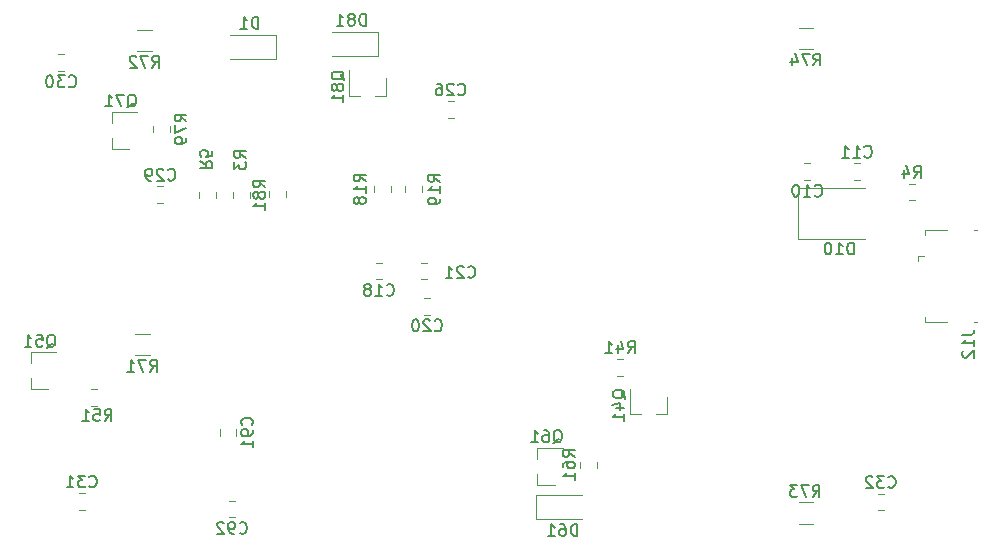
<source format=gbr>
G04 #@! TF.GenerationSoftware,KiCad,Pcbnew,5.1.5+dfsg1-2build2*
G04 #@! TF.CreationDate,2021-05-27T17:25:40+02:00*
G04 #@! TF.ProjectId,board,626f6172-642e-46b6-9963-61645f706362,rev?*
G04 #@! TF.SameCoordinates,Original*
G04 #@! TF.FileFunction,Legend,Bot*
G04 #@! TF.FilePolarity,Positive*
%FSLAX46Y46*%
G04 Gerber Fmt 4.6, Leading zero omitted, Abs format (unit mm)*
G04 Created by KiCad (PCBNEW 5.1.5+dfsg1-2build2) date 2021-05-27 17:25:40*
%MOMM*%
%LPD*%
G04 APERTURE LIST*
%ADD10C,0.120000*%
%ADD11C,0.150000*%
G04 APERTURE END LIST*
D10*
X110140000Y-106630000D02*
X106240000Y-106630000D01*
X110140000Y-108630000D02*
X106240000Y-108630000D01*
X110140000Y-106630000D02*
X110140000Y-108630000D01*
X125158578Y-113650000D02*
X124641422Y-113650000D01*
X125158578Y-112230000D02*
X124641422Y-112230000D01*
X154377936Y-106020000D02*
X155582064Y-106020000D01*
X154377936Y-107840000D02*
X155582064Y-107840000D01*
X154357936Y-146200000D02*
X155562064Y-146200000D01*
X154357936Y-148020000D02*
X155562064Y-148020000D01*
X98387936Y-106200000D02*
X99592064Y-106200000D01*
X98387936Y-108020000D02*
X99592064Y-108020000D01*
X98203936Y-131932000D02*
X99408064Y-131932000D01*
X98203936Y-133752000D02*
X99408064Y-133752000D01*
X143240000Y-138740000D02*
X143240000Y-137280000D01*
X140080000Y-138740000D02*
X140080000Y-136580000D01*
X140080000Y-138740000D02*
X141010000Y-138740000D01*
X143240000Y-138740000D02*
X142310000Y-138740000D01*
X89370000Y-136630000D02*
X90830000Y-136630000D01*
X89370000Y-133470000D02*
X91530000Y-133470000D01*
X89370000Y-133470000D02*
X89370000Y-134400000D01*
X89370000Y-136630000D02*
X89370000Y-135700000D01*
X119450000Y-111760000D02*
X119450000Y-110300000D01*
X116290000Y-111760000D02*
X116290000Y-109600000D01*
X116290000Y-111760000D02*
X117220000Y-111760000D01*
X119450000Y-111760000D02*
X118520000Y-111760000D01*
X96200000Y-116290000D02*
X97660000Y-116290000D01*
X96200000Y-113130000D02*
X98360000Y-113130000D01*
X96200000Y-113130000D02*
X96200000Y-114060000D01*
X96200000Y-116290000D02*
X96200000Y-115360000D01*
X132250000Y-144720000D02*
X133710000Y-144720000D01*
X132250000Y-141560000D02*
X134410000Y-141560000D01*
X132250000Y-141560000D02*
X132250000Y-142490000D01*
X132250000Y-144720000D02*
X132250000Y-143790000D01*
X161568578Y-146880000D02*
X161051422Y-146880000D01*
X161568578Y-145460000D02*
X161051422Y-145460000D01*
X93918578Y-146830000D02*
X93401422Y-146830000D01*
X93918578Y-145410000D02*
X93401422Y-145410000D01*
X91671422Y-108240000D02*
X92188578Y-108240000D01*
X91671422Y-109660000D02*
X92188578Y-109660000D01*
X109530000Y-120351078D02*
X109530000Y-119833922D01*
X110950000Y-120351078D02*
X110950000Y-119833922D01*
X99720000Y-114838578D02*
X99720000Y-114321422D01*
X101140000Y-114838578D02*
X101140000Y-114321422D01*
X137310000Y-142741422D02*
X137310000Y-143258578D01*
X135890000Y-142741422D02*
X135890000Y-143258578D01*
X94948578Y-138000000D02*
X94431422Y-138000000D01*
X94948578Y-136580000D02*
X94431422Y-136580000D01*
X139521078Y-135460000D02*
X139003922Y-135460000D01*
X139521078Y-134040000D02*
X139003922Y-134040000D01*
X121040000Y-119933578D02*
X121040000Y-119416422D01*
X122460000Y-119933578D02*
X122460000Y-119416422D01*
X119870000Y-119381422D02*
X119870000Y-119898578D01*
X118450000Y-119381422D02*
X118450000Y-119898578D01*
X103630000Y-120401078D02*
X103630000Y-119883922D01*
X105050000Y-120401078D02*
X105050000Y-119883922D01*
X107920000Y-119903922D02*
X107920000Y-120421078D01*
X106500000Y-119903922D02*
X106500000Y-120421078D01*
X118770000Y-106380000D02*
X114870000Y-106380000D01*
X118770000Y-108380000D02*
X114870000Y-108380000D01*
X118770000Y-106380000D02*
X118770000Y-108380000D01*
X132160000Y-147590000D02*
X136060000Y-147590000D01*
X132160000Y-145590000D02*
X136060000Y-145590000D01*
X132160000Y-147590000D02*
X132160000Y-145590000D01*
X154275000Y-123900000D02*
X159975000Y-123900000D01*
X154275000Y-119600000D02*
X159975000Y-119600000D01*
X154275000Y-123900000D02*
X154275000Y-119600000D01*
X106131422Y-146050000D02*
X106648578Y-146050000D01*
X106131422Y-147470000D02*
X106648578Y-147470000D01*
X105340000Y-140533578D02*
X105340000Y-140016422D01*
X106760000Y-140533578D02*
X106760000Y-140016422D01*
X100588578Y-120852000D02*
X100071422Y-120852000D01*
X100588578Y-119432000D02*
X100071422Y-119432000D01*
X122896078Y-127310000D02*
X122378922Y-127310000D01*
X122896078Y-125890000D02*
X122378922Y-125890000D01*
X122641422Y-128890000D02*
X123158578Y-128890000D01*
X122641422Y-130310000D02*
X123158578Y-130310000D01*
X118578922Y-125890000D02*
X119096078Y-125890000D01*
X118578922Y-127310000D02*
X119096078Y-127310000D01*
X159558578Y-118910000D02*
X159041422Y-118910000D01*
X159558578Y-117490000D02*
X159041422Y-117490000D01*
X154841422Y-117490000D02*
X155358578Y-117490000D01*
X154841422Y-118910000D02*
X155358578Y-118910000D01*
X164211252Y-120620000D02*
X163688748Y-120620000D01*
X164211252Y-119200000D02*
X163688748Y-119200000D01*
X164498000Y-125316000D02*
X164948000Y-125316000D01*
X164498000Y-125316000D02*
X164498000Y-125766000D01*
X165048000Y-130916000D02*
X165048000Y-130466000D01*
X166898000Y-130916000D02*
X165048000Y-130916000D01*
X169448000Y-123116000D02*
X169198000Y-123116000D01*
X169448000Y-130916000D02*
X169198000Y-130916000D01*
X166898000Y-123116000D02*
X165048000Y-123116000D01*
X165048000Y-123116000D02*
X165048000Y-123566000D01*
D11*
X108628095Y-106082380D02*
X108628095Y-105082380D01*
X108390000Y-105082380D01*
X108247142Y-105130000D01*
X108151904Y-105225238D01*
X108104285Y-105320476D01*
X108056666Y-105510952D01*
X108056666Y-105653809D01*
X108104285Y-105844285D01*
X108151904Y-105939523D01*
X108247142Y-106034761D01*
X108390000Y-106082380D01*
X108628095Y-106082380D01*
X107104285Y-106082380D02*
X107675714Y-106082380D01*
X107390000Y-106082380D02*
X107390000Y-105082380D01*
X107485238Y-105225238D01*
X107580476Y-105320476D01*
X107675714Y-105368095D01*
X125542857Y-111647142D02*
X125590476Y-111694761D01*
X125733333Y-111742380D01*
X125828571Y-111742380D01*
X125971428Y-111694761D01*
X126066666Y-111599523D01*
X126114285Y-111504285D01*
X126161904Y-111313809D01*
X126161904Y-111170952D01*
X126114285Y-110980476D01*
X126066666Y-110885238D01*
X125971428Y-110790000D01*
X125828571Y-110742380D01*
X125733333Y-110742380D01*
X125590476Y-110790000D01*
X125542857Y-110837619D01*
X125161904Y-110837619D02*
X125114285Y-110790000D01*
X125019047Y-110742380D01*
X124780952Y-110742380D01*
X124685714Y-110790000D01*
X124638095Y-110837619D01*
X124590476Y-110932857D01*
X124590476Y-111028095D01*
X124638095Y-111170952D01*
X125209523Y-111742380D01*
X124590476Y-111742380D01*
X123733333Y-110742380D02*
X123923809Y-110742380D01*
X124019047Y-110790000D01*
X124066666Y-110837619D01*
X124161904Y-110980476D01*
X124209523Y-111170952D01*
X124209523Y-111551904D01*
X124161904Y-111647142D01*
X124114285Y-111694761D01*
X124019047Y-111742380D01*
X123828571Y-111742380D01*
X123733333Y-111694761D01*
X123685714Y-111647142D01*
X123638095Y-111551904D01*
X123638095Y-111313809D01*
X123685714Y-111218571D01*
X123733333Y-111170952D01*
X123828571Y-111123333D01*
X124019047Y-111123333D01*
X124114285Y-111170952D01*
X124161904Y-111218571D01*
X124209523Y-111313809D01*
X155622857Y-109202380D02*
X155956190Y-108726190D01*
X156194285Y-109202380D02*
X156194285Y-108202380D01*
X155813333Y-108202380D01*
X155718095Y-108250000D01*
X155670476Y-108297619D01*
X155622857Y-108392857D01*
X155622857Y-108535714D01*
X155670476Y-108630952D01*
X155718095Y-108678571D01*
X155813333Y-108726190D01*
X156194285Y-108726190D01*
X155289523Y-108202380D02*
X154622857Y-108202380D01*
X155051428Y-109202380D01*
X153813333Y-108535714D02*
X153813333Y-109202380D01*
X154051428Y-108154761D02*
X154289523Y-108869047D01*
X153670476Y-108869047D01*
X155552857Y-145722380D02*
X155886190Y-145246190D01*
X156124285Y-145722380D02*
X156124285Y-144722380D01*
X155743333Y-144722380D01*
X155648095Y-144770000D01*
X155600476Y-144817619D01*
X155552857Y-144912857D01*
X155552857Y-145055714D01*
X155600476Y-145150952D01*
X155648095Y-145198571D01*
X155743333Y-145246190D01*
X156124285Y-145246190D01*
X155219523Y-144722380D02*
X154552857Y-144722380D01*
X154981428Y-145722380D01*
X154267142Y-144722380D02*
X153648095Y-144722380D01*
X153981428Y-145103333D01*
X153838571Y-145103333D01*
X153743333Y-145150952D01*
X153695714Y-145198571D01*
X153648095Y-145293809D01*
X153648095Y-145531904D01*
X153695714Y-145627142D01*
X153743333Y-145674761D01*
X153838571Y-145722380D01*
X154124285Y-145722380D01*
X154219523Y-145674761D01*
X154267142Y-145627142D01*
X99632857Y-109382380D02*
X99966190Y-108906190D01*
X100204285Y-109382380D02*
X100204285Y-108382380D01*
X99823333Y-108382380D01*
X99728095Y-108430000D01*
X99680476Y-108477619D01*
X99632857Y-108572857D01*
X99632857Y-108715714D01*
X99680476Y-108810952D01*
X99728095Y-108858571D01*
X99823333Y-108906190D01*
X100204285Y-108906190D01*
X99299523Y-108382380D02*
X98632857Y-108382380D01*
X99061428Y-109382380D01*
X98299523Y-108477619D02*
X98251904Y-108430000D01*
X98156666Y-108382380D01*
X97918571Y-108382380D01*
X97823333Y-108430000D01*
X97775714Y-108477619D01*
X97728095Y-108572857D01*
X97728095Y-108668095D01*
X97775714Y-108810952D01*
X98347142Y-109382380D01*
X97728095Y-109382380D01*
X99448857Y-135114380D02*
X99782190Y-134638190D01*
X100020285Y-135114380D02*
X100020285Y-134114380D01*
X99639333Y-134114380D01*
X99544095Y-134162000D01*
X99496476Y-134209619D01*
X99448857Y-134304857D01*
X99448857Y-134447714D01*
X99496476Y-134542952D01*
X99544095Y-134590571D01*
X99639333Y-134638190D01*
X100020285Y-134638190D01*
X99115523Y-134114380D02*
X98448857Y-134114380D01*
X98877428Y-135114380D01*
X97544095Y-135114380D02*
X98115523Y-135114380D01*
X97829809Y-135114380D02*
X97829809Y-134114380D01*
X97925047Y-134257238D01*
X98020285Y-134352476D01*
X98115523Y-134400095D01*
X139707619Y-137408571D02*
X139660000Y-137313333D01*
X139564761Y-137218095D01*
X139421904Y-137075238D01*
X139374285Y-136980000D01*
X139374285Y-136884761D01*
X139612380Y-136932380D02*
X139564761Y-136837142D01*
X139469523Y-136741904D01*
X139279047Y-136694285D01*
X138945714Y-136694285D01*
X138755238Y-136741904D01*
X138660000Y-136837142D01*
X138612380Y-136932380D01*
X138612380Y-137122857D01*
X138660000Y-137218095D01*
X138755238Y-137313333D01*
X138945714Y-137360952D01*
X139279047Y-137360952D01*
X139469523Y-137313333D01*
X139564761Y-137218095D01*
X139612380Y-137122857D01*
X139612380Y-136932380D01*
X138945714Y-138218095D02*
X139612380Y-138218095D01*
X138564761Y-137980000D02*
X139279047Y-137741904D01*
X139279047Y-138360952D01*
X139612380Y-139265714D02*
X139612380Y-138694285D01*
X139612380Y-138980000D02*
X138612380Y-138980000D01*
X138755238Y-138884761D01*
X138850476Y-138789523D01*
X138898095Y-138694285D01*
X90701428Y-133097619D02*
X90796666Y-133050000D01*
X90891904Y-132954761D01*
X91034761Y-132811904D01*
X91130000Y-132764285D01*
X91225238Y-132764285D01*
X91177619Y-133002380D02*
X91272857Y-132954761D01*
X91368095Y-132859523D01*
X91415714Y-132669047D01*
X91415714Y-132335714D01*
X91368095Y-132145238D01*
X91272857Y-132050000D01*
X91177619Y-132002380D01*
X90987142Y-132002380D01*
X90891904Y-132050000D01*
X90796666Y-132145238D01*
X90749047Y-132335714D01*
X90749047Y-132669047D01*
X90796666Y-132859523D01*
X90891904Y-132954761D01*
X90987142Y-133002380D01*
X91177619Y-133002380D01*
X89844285Y-132002380D02*
X90320476Y-132002380D01*
X90368095Y-132478571D01*
X90320476Y-132430952D01*
X90225238Y-132383333D01*
X89987142Y-132383333D01*
X89891904Y-132430952D01*
X89844285Y-132478571D01*
X89796666Y-132573809D01*
X89796666Y-132811904D01*
X89844285Y-132907142D01*
X89891904Y-132954761D01*
X89987142Y-133002380D01*
X90225238Y-133002380D01*
X90320476Y-132954761D01*
X90368095Y-132907142D01*
X88844285Y-133002380D02*
X89415714Y-133002380D01*
X89130000Y-133002380D02*
X89130000Y-132002380D01*
X89225238Y-132145238D01*
X89320476Y-132240476D01*
X89415714Y-132288095D01*
X115917619Y-110428571D02*
X115870000Y-110333333D01*
X115774761Y-110238095D01*
X115631904Y-110095238D01*
X115584285Y-110000000D01*
X115584285Y-109904761D01*
X115822380Y-109952380D02*
X115774761Y-109857142D01*
X115679523Y-109761904D01*
X115489047Y-109714285D01*
X115155714Y-109714285D01*
X114965238Y-109761904D01*
X114870000Y-109857142D01*
X114822380Y-109952380D01*
X114822380Y-110142857D01*
X114870000Y-110238095D01*
X114965238Y-110333333D01*
X115155714Y-110380952D01*
X115489047Y-110380952D01*
X115679523Y-110333333D01*
X115774761Y-110238095D01*
X115822380Y-110142857D01*
X115822380Y-109952380D01*
X115250952Y-110952380D02*
X115203333Y-110857142D01*
X115155714Y-110809523D01*
X115060476Y-110761904D01*
X115012857Y-110761904D01*
X114917619Y-110809523D01*
X114870000Y-110857142D01*
X114822380Y-110952380D01*
X114822380Y-111142857D01*
X114870000Y-111238095D01*
X114917619Y-111285714D01*
X115012857Y-111333333D01*
X115060476Y-111333333D01*
X115155714Y-111285714D01*
X115203333Y-111238095D01*
X115250952Y-111142857D01*
X115250952Y-110952380D01*
X115298571Y-110857142D01*
X115346190Y-110809523D01*
X115441428Y-110761904D01*
X115631904Y-110761904D01*
X115727142Y-110809523D01*
X115774761Y-110857142D01*
X115822380Y-110952380D01*
X115822380Y-111142857D01*
X115774761Y-111238095D01*
X115727142Y-111285714D01*
X115631904Y-111333333D01*
X115441428Y-111333333D01*
X115346190Y-111285714D01*
X115298571Y-111238095D01*
X115250952Y-111142857D01*
X115822380Y-112285714D02*
X115822380Y-111714285D01*
X115822380Y-112000000D02*
X114822380Y-112000000D01*
X114965238Y-111904761D01*
X115060476Y-111809523D01*
X115108095Y-111714285D01*
X97531428Y-112757619D02*
X97626666Y-112710000D01*
X97721904Y-112614761D01*
X97864761Y-112471904D01*
X97960000Y-112424285D01*
X98055238Y-112424285D01*
X98007619Y-112662380D02*
X98102857Y-112614761D01*
X98198095Y-112519523D01*
X98245714Y-112329047D01*
X98245714Y-111995714D01*
X98198095Y-111805238D01*
X98102857Y-111710000D01*
X98007619Y-111662380D01*
X97817142Y-111662380D01*
X97721904Y-111710000D01*
X97626666Y-111805238D01*
X97579047Y-111995714D01*
X97579047Y-112329047D01*
X97626666Y-112519523D01*
X97721904Y-112614761D01*
X97817142Y-112662380D01*
X98007619Y-112662380D01*
X97245714Y-111662380D02*
X96579047Y-111662380D01*
X97007619Y-112662380D01*
X95674285Y-112662380D02*
X96245714Y-112662380D01*
X95960000Y-112662380D02*
X95960000Y-111662380D01*
X96055238Y-111805238D01*
X96150476Y-111900476D01*
X96245714Y-111948095D01*
X133581428Y-141187619D02*
X133676666Y-141140000D01*
X133771904Y-141044761D01*
X133914761Y-140901904D01*
X134010000Y-140854285D01*
X134105238Y-140854285D01*
X134057619Y-141092380D02*
X134152857Y-141044761D01*
X134248095Y-140949523D01*
X134295714Y-140759047D01*
X134295714Y-140425714D01*
X134248095Y-140235238D01*
X134152857Y-140140000D01*
X134057619Y-140092380D01*
X133867142Y-140092380D01*
X133771904Y-140140000D01*
X133676666Y-140235238D01*
X133629047Y-140425714D01*
X133629047Y-140759047D01*
X133676666Y-140949523D01*
X133771904Y-141044761D01*
X133867142Y-141092380D01*
X134057619Y-141092380D01*
X132771904Y-140092380D02*
X132962380Y-140092380D01*
X133057619Y-140140000D01*
X133105238Y-140187619D01*
X133200476Y-140330476D01*
X133248095Y-140520952D01*
X133248095Y-140901904D01*
X133200476Y-140997142D01*
X133152857Y-141044761D01*
X133057619Y-141092380D01*
X132867142Y-141092380D01*
X132771904Y-141044761D01*
X132724285Y-140997142D01*
X132676666Y-140901904D01*
X132676666Y-140663809D01*
X132724285Y-140568571D01*
X132771904Y-140520952D01*
X132867142Y-140473333D01*
X133057619Y-140473333D01*
X133152857Y-140520952D01*
X133200476Y-140568571D01*
X133248095Y-140663809D01*
X131724285Y-141092380D02*
X132295714Y-141092380D01*
X132010000Y-141092380D02*
X132010000Y-140092380D01*
X132105238Y-140235238D01*
X132200476Y-140330476D01*
X132295714Y-140378095D01*
X161952857Y-144877142D02*
X162000476Y-144924761D01*
X162143333Y-144972380D01*
X162238571Y-144972380D01*
X162381428Y-144924761D01*
X162476666Y-144829523D01*
X162524285Y-144734285D01*
X162571904Y-144543809D01*
X162571904Y-144400952D01*
X162524285Y-144210476D01*
X162476666Y-144115238D01*
X162381428Y-144020000D01*
X162238571Y-143972380D01*
X162143333Y-143972380D01*
X162000476Y-144020000D01*
X161952857Y-144067619D01*
X161619523Y-143972380D02*
X161000476Y-143972380D01*
X161333809Y-144353333D01*
X161190952Y-144353333D01*
X161095714Y-144400952D01*
X161048095Y-144448571D01*
X161000476Y-144543809D01*
X161000476Y-144781904D01*
X161048095Y-144877142D01*
X161095714Y-144924761D01*
X161190952Y-144972380D01*
X161476666Y-144972380D01*
X161571904Y-144924761D01*
X161619523Y-144877142D01*
X160619523Y-144067619D02*
X160571904Y-144020000D01*
X160476666Y-143972380D01*
X160238571Y-143972380D01*
X160143333Y-144020000D01*
X160095714Y-144067619D01*
X160048095Y-144162857D01*
X160048095Y-144258095D01*
X160095714Y-144400952D01*
X160667142Y-144972380D01*
X160048095Y-144972380D01*
X94302857Y-144827142D02*
X94350476Y-144874761D01*
X94493333Y-144922380D01*
X94588571Y-144922380D01*
X94731428Y-144874761D01*
X94826666Y-144779523D01*
X94874285Y-144684285D01*
X94921904Y-144493809D01*
X94921904Y-144350952D01*
X94874285Y-144160476D01*
X94826666Y-144065238D01*
X94731428Y-143970000D01*
X94588571Y-143922380D01*
X94493333Y-143922380D01*
X94350476Y-143970000D01*
X94302857Y-144017619D01*
X93969523Y-143922380D02*
X93350476Y-143922380D01*
X93683809Y-144303333D01*
X93540952Y-144303333D01*
X93445714Y-144350952D01*
X93398095Y-144398571D01*
X93350476Y-144493809D01*
X93350476Y-144731904D01*
X93398095Y-144827142D01*
X93445714Y-144874761D01*
X93540952Y-144922380D01*
X93826666Y-144922380D01*
X93921904Y-144874761D01*
X93969523Y-144827142D01*
X92398095Y-144922380D02*
X92969523Y-144922380D01*
X92683809Y-144922380D02*
X92683809Y-143922380D01*
X92779047Y-144065238D01*
X92874285Y-144160476D01*
X92969523Y-144208095D01*
X92572857Y-110957142D02*
X92620476Y-111004761D01*
X92763333Y-111052380D01*
X92858571Y-111052380D01*
X93001428Y-111004761D01*
X93096666Y-110909523D01*
X93144285Y-110814285D01*
X93191904Y-110623809D01*
X93191904Y-110480952D01*
X93144285Y-110290476D01*
X93096666Y-110195238D01*
X93001428Y-110100000D01*
X92858571Y-110052380D01*
X92763333Y-110052380D01*
X92620476Y-110100000D01*
X92572857Y-110147619D01*
X92239523Y-110052380D02*
X91620476Y-110052380D01*
X91953809Y-110433333D01*
X91810952Y-110433333D01*
X91715714Y-110480952D01*
X91668095Y-110528571D01*
X91620476Y-110623809D01*
X91620476Y-110861904D01*
X91668095Y-110957142D01*
X91715714Y-111004761D01*
X91810952Y-111052380D01*
X92096666Y-111052380D01*
X92191904Y-111004761D01*
X92239523Y-110957142D01*
X91001428Y-110052380D02*
X90906190Y-110052380D01*
X90810952Y-110100000D01*
X90763333Y-110147619D01*
X90715714Y-110242857D01*
X90668095Y-110433333D01*
X90668095Y-110671428D01*
X90715714Y-110861904D01*
X90763333Y-110957142D01*
X90810952Y-111004761D01*
X90906190Y-111052380D01*
X91001428Y-111052380D01*
X91096666Y-111004761D01*
X91144285Y-110957142D01*
X91191904Y-110861904D01*
X91239523Y-110671428D01*
X91239523Y-110433333D01*
X91191904Y-110242857D01*
X91144285Y-110147619D01*
X91096666Y-110100000D01*
X91001428Y-110052380D01*
X109202380Y-119522142D02*
X108726190Y-119188809D01*
X109202380Y-118950714D02*
X108202380Y-118950714D01*
X108202380Y-119331666D01*
X108250000Y-119426904D01*
X108297619Y-119474523D01*
X108392857Y-119522142D01*
X108535714Y-119522142D01*
X108630952Y-119474523D01*
X108678571Y-119426904D01*
X108726190Y-119331666D01*
X108726190Y-118950714D01*
X108630952Y-120093571D02*
X108583333Y-119998333D01*
X108535714Y-119950714D01*
X108440476Y-119903095D01*
X108392857Y-119903095D01*
X108297619Y-119950714D01*
X108250000Y-119998333D01*
X108202380Y-120093571D01*
X108202380Y-120284047D01*
X108250000Y-120379285D01*
X108297619Y-120426904D01*
X108392857Y-120474523D01*
X108440476Y-120474523D01*
X108535714Y-120426904D01*
X108583333Y-120379285D01*
X108630952Y-120284047D01*
X108630952Y-120093571D01*
X108678571Y-119998333D01*
X108726190Y-119950714D01*
X108821428Y-119903095D01*
X109011904Y-119903095D01*
X109107142Y-119950714D01*
X109154761Y-119998333D01*
X109202380Y-120093571D01*
X109202380Y-120284047D01*
X109154761Y-120379285D01*
X109107142Y-120426904D01*
X109011904Y-120474523D01*
X108821428Y-120474523D01*
X108726190Y-120426904D01*
X108678571Y-120379285D01*
X108630952Y-120284047D01*
X109202380Y-121426904D02*
X109202380Y-120855476D01*
X109202380Y-121141190D02*
X108202380Y-121141190D01*
X108345238Y-121045952D01*
X108440476Y-120950714D01*
X108488095Y-120855476D01*
X102532380Y-113937142D02*
X102056190Y-113603809D01*
X102532380Y-113365714D02*
X101532380Y-113365714D01*
X101532380Y-113746666D01*
X101580000Y-113841904D01*
X101627619Y-113889523D01*
X101722857Y-113937142D01*
X101865714Y-113937142D01*
X101960952Y-113889523D01*
X102008571Y-113841904D01*
X102056190Y-113746666D01*
X102056190Y-113365714D01*
X101532380Y-114270476D02*
X101532380Y-114937142D01*
X102532380Y-114508571D01*
X102532380Y-115365714D02*
X102532380Y-115556190D01*
X102484761Y-115651428D01*
X102437142Y-115699047D01*
X102294285Y-115794285D01*
X102103809Y-115841904D01*
X101722857Y-115841904D01*
X101627619Y-115794285D01*
X101580000Y-115746666D01*
X101532380Y-115651428D01*
X101532380Y-115460952D01*
X101580000Y-115365714D01*
X101627619Y-115318095D01*
X101722857Y-115270476D01*
X101960952Y-115270476D01*
X102056190Y-115318095D01*
X102103809Y-115365714D01*
X102151428Y-115460952D01*
X102151428Y-115651428D01*
X102103809Y-115746666D01*
X102056190Y-115794285D01*
X101960952Y-115841904D01*
X135402380Y-142357142D02*
X134926190Y-142023809D01*
X135402380Y-141785714D02*
X134402380Y-141785714D01*
X134402380Y-142166666D01*
X134450000Y-142261904D01*
X134497619Y-142309523D01*
X134592857Y-142357142D01*
X134735714Y-142357142D01*
X134830952Y-142309523D01*
X134878571Y-142261904D01*
X134926190Y-142166666D01*
X134926190Y-141785714D01*
X134402380Y-143214285D02*
X134402380Y-143023809D01*
X134450000Y-142928571D01*
X134497619Y-142880952D01*
X134640476Y-142785714D01*
X134830952Y-142738095D01*
X135211904Y-142738095D01*
X135307142Y-142785714D01*
X135354761Y-142833333D01*
X135402380Y-142928571D01*
X135402380Y-143119047D01*
X135354761Y-143214285D01*
X135307142Y-143261904D01*
X135211904Y-143309523D01*
X134973809Y-143309523D01*
X134878571Y-143261904D01*
X134830952Y-143214285D01*
X134783333Y-143119047D01*
X134783333Y-142928571D01*
X134830952Y-142833333D01*
X134878571Y-142785714D01*
X134973809Y-142738095D01*
X135402380Y-144261904D02*
X135402380Y-143690476D01*
X135402380Y-143976190D02*
X134402380Y-143976190D01*
X134545238Y-143880952D01*
X134640476Y-143785714D01*
X134688095Y-143690476D01*
X95612857Y-139292380D02*
X95946190Y-138816190D01*
X96184285Y-139292380D02*
X96184285Y-138292380D01*
X95803333Y-138292380D01*
X95708095Y-138340000D01*
X95660476Y-138387619D01*
X95612857Y-138482857D01*
X95612857Y-138625714D01*
X95660476Y-138720952D01*
X95708095Y-138768571D01*
X95803333Y-138816190D01*
X96184285Y-138816190D01*
X94708095Y-138292380D02*
X95184285Y-138292380D01*
X95231904Y-138768571D01*
X95184285Y-138720952D01*
X95089047Y-138673333D01*
X94850952Y-138673333D01*
X94755714Y-138720952D01*
X94708095Y-138768571D01*
X94660476Y-138863809D01*
X94660476Y-139101904D01*
X94708095Y-139197142D01*
X94755714Y-139244761D01*
X94850952Y-139292380D01*
X95089047Y-139292380D01*
X95184285Y-139244761D01*
X95231904Y-139197142D01*
X93708095Y-139292380D02*
X94279523Y-139292380D01*
X93993809Y-139292380D02*
X93993809Y-138292380D01*
X94089047Y-138435238D01*
X94184285Y-138530476D01*
X94279523Y-138578095D01*
X139905357Y-133552380D02*
X140238690Y-133076190D01*
X140476785Y-133552380D02*
X140476785Y-132552380D01*
X140095833Y-132552380D01*
X140000595Y-132600000D01*
X139952976Y-132647619D01*
X139905357Y-132742857D01*
X139905357Y-132885714D01*
X139952976Y-132980952D01*
X140000595Y-133028571D01*
X140095833Y-133076190D01*
X140476785Y-133076190D01*
X139048214Y-132885714D02*
X139048214Y-133552380D01*
X139286309Y-132504761D02*
X139524404Y-133219047D01*
X138905357Y-133219047D01*
X138000595Y-133552380D02*
X138572023Y-133552380D01*
X138286309Y-133552380D02*
X138286309Y-132552380D01*
X138381547Y-132695238D01*
X138476785Y-132790476D01*
X138572023Y-132838095D01*
X124012380Y-119067142D02*
X123536190Y-118733809D01*
X124012380Y-118495714D02*
X123012380Y-118495714D01*
X123012380Y-118876666D01*
X123060000Y-118971904D01*
X123107619Y-119019523D01*
X123202857Y-119067142D01*
X123345714Y-119067142D01*
X123440952Y-119019523D01*
X123488571Y-118971904D01*
X123536190Y-118876666D01*
X123536190Y-118495714D01*
X124012380Y-120019523D02*
X124012380Y-119448095D01*
X124012380Y-119733809D02*
X123012380Y-119733809D01*
X123155238Y-119638571D01*
X123250476Y-119543333D01*
X123298095Y-119448095D01*
X124012380Y-120495714D02*
X124012380Y-120686190D01*
X123964761Y-120781428D01*
X123917142Y-120829047D01*
X123774285Y-120924285D01*
X123583809Y-120971904D01*
X123202857Y-120971904D01*
X123107619Y-120924285D01*
X123060000Y-120876666D01*
X123012380Y-120781428D01*
X123012380Y-120590952D01*
X123060000Y-120495714D01*
X123107619Y-120448095D01*
X123202857Y-120400476D01*
X123440952Y-120400476D01*
X123536190Y-120448095D01*
X123583809Y-120495714D01*
X123631428Y-120590952D01*
X123631428Y-120781428D01*
X123583809Y-120876666D01*
X123536190Y-120924285D01*
X123440952Y-120971904D01*
X117702380Y-119007142D02*
X117226190Y-118673809D01*
X117702380Y-118435714D02*
X116702380Y-118435714D01*
X116702380Y-118816666D01*
X116750000Y-118911904D01*
X116797619Y-118959523D01*
X116892857Y-119007142D01*
X117035714Y-119007142D01*
X117130952Y-118959523D01*
X117178571Y-118911904D01*
X117226190Y-118816666D01*
X117226190Y-118435714D01*
X117702380Y-119959523D02*
X117702380Y-119388095D01*
X117702380Y-119673809D02*
X116702380Y-119673809D01*
X116845238Y-119578571D01*
X116940476Y-119483333D01*
X116988095Y-119388095D01*
X117130952Y-120530952D02*
X117083333Y-120435714D01*
X117035714Y-120388095D01*
X116940476Y-120340476D01*
X116892857Y-120340476D01*
X116797619Y-120388095D01*
X116750000Y-120435714D01*
X116702380Y-120530952D01*
X116702380Y-120721428D01*
X116750000Y-120816666D01*
X116797619Y-120864285D01*
X116892857Y-120911904D01*
X116940476Y-120911904D01*
X117035714Y-120864285D01*
X117083333Y-120816666D01*
X117130952Y-120721428D01*
X117130952Y-120530952D01*
X117178571Y-120435714D01*
X117226190Y-120388095D01*
X117321428Y-120340476D01*
X117511904Y-120340476D01*
X117607142Y-120388095D01*
X117654761Y-120435714D01*
X117702380Y-120530952D01*
X117702380Y-120721428D01*
X117654761Y-120816666D01*
X117607142Y-120864285D01*
X117511904Y-120911904D01*
X117321428Y-120911904D01*
X117226190Y-120864285D01*
X117178571Y-120816666D01*
X117130952Y-120721428D01*
X103707619Y-117316666D02*
X104183809Y-117650000D01*
X103707619Y-117888095D02*
X104707619Y-117888095D01*
X104707619Y-117507142D01*
X104660000Y-117411904D01*
X104612380Y-117364285D01*
X104517142Y-117316666D01*
X104374285Y-117316666D01*
X104279047Y-117364285D01*
X104231428Y-117411904D01*
X104183809Y-117507142D01*
X104183809Y-117888095D01*
X104707619Y-116411904D02*
X104707619Y-116888095D01*
X104231428Y-116935714D01*
X104279047Y-116888095D01*
X104326666Y-116792857D01*
X104326666Y-116554761D01*
X104279047Y-116459523D01*
X104231428Y-116411904D01*
X104136190Y-116364285D01*
X103898095Y-116364285D01*
X103802857Y-116411904D01*
X103755238Y-116459523D01*
X103707619Y-116554761D01*
X103707619Y-116792857D01*
X103755238Y-116888095D01*
X103802857Y-116935714D01*
X107572380Y-117023333D02*
X107096190Y-116690000D01*
X107572380Y-116451904D02*
X106572380Y-116451904D01*
X106572380Y-116832857D01*
X106620000Y-116928095D01*
X106667619Y-116975714D01*
X106762857Y-117023333D01*
X106905714Y-117023333D01*
X107000952Y-116975714D01*
X107048571Y-116928095D01*
X107096190Y-116832857D01*
X107096190Y-116451904D01*
X106572380Y-117356666D02*
X106572380Y-117975714D01*
X106953333Y-117642380D01*
X106953333Y-117785238D01*
X107000952Y-117880476D01*
X107048571Y-117928095D01*
X107143809Y-117975714D01*
X107381904Y-117975714D01*
X107477142Y-117928095D01*
X107524761Y-117880476D01*
X107572380Y-117785238D01*
X107572380Y-117499523D01*
X107524761Y-117404285D01*
X107477142Y-117356666D01*
X117734285Y-105832380D02*
X117734285Y-104832380D01*
X117496190Y-104832380D01*
X117353333Y-104880000D01*
X117258095Y-104975238D01*
X117210476Y-105070476D01*
X117162857Y-105260952D01*
X117162857Y-105403809D01*
X117210476Y-105594285D01*
X117258095Y-105689523D01*
X117353333Y-105784761D01*
X117496190Y-105832380D01*
X117734285Y-105832380D01*
X116591428Y-105260952D02*
X116686666Y-105213333D01*
X116734285Y-105165714D01*
X116781904Y-105070476D01*
X116781904Y-105022857D01*
X116734285Y-104927619D01*
X116686666Y-104880000D01*
X116591428Y-104832380D01*
X116400952Y-104832380D01*
X116305714Y-104880000D01*
X116258095Y-104927619D01*
X116210476Y-105022857D01*
X116210476Y-105070476D01*
X116258095Y-105165714D01*
X116305714Y-105213333D01*
X116400952Y-105260952D01*
X116591428Y-105260952D01*
X116686666Y-105308571D01*
X116734285Y-105356190D01*
X116781904Y-105451428D01*
X116781904Y-105641904D01*
X116734285Y-105737142D01*
X116686666Y-105784761D01*
X116591428Y-105832380D01*
X116400952Y-105832380D01*
X116305714Y-105784761D01*
X116258095Y-105737142D01*
X116210476Y-105641904D01*
X116210476Y-105451428D01*
X116258095Y-105356190D01*
X116305714Y-105308571D01*
X116400952Y-105260952D01*
X115258095Y-105832380D02*
X115829523Y-105832380D01*
X115543809Y-105832380D02*
X115543809Y-104832380D01*
X115639047Y-104975238D01*
X115734285Y-105070476D01*
X115829523Y-105118095D01*
X135624285Y-149042380D02*
X135624285Y-148042380D01*
X135386190Y-148042380D01*
X135243333Y-148090000D01*
X135148095Y-148185238D01*
X135100476Y-148280476D01*
X135052857Y-148470952D01*
X135052857Y-148613809D01*
X135100476Y-148804285D01*
X135148095Y-148899523D01*
X135243333Y-148994761D01*
X135386190Y-149042380D01*
X135624285Y-149042380D01*
X134195714Y-148042380D02*
X134386190Y-148042380D01*
X134481428Y-148090000D01*
X134529047Y-148137619D01*
X134624285Y-148280476D01*
X134671904Y-148470952D01*
X134671904Y-148851904D01*
X134624285Y-148947142D01*
X134576666Y-148994761D01*
X134481428Y-149042380D01*
X134290952Y-149042380D01*
X134195714Y-148994761D01*
X134148095Y-148947142D01*
X134100476Y-148851904D01*
X134100476Y-148613809D01*
X134148095Y-148518571D01*
X134195714Y-148470952D01*
X134290952Y-148423333D01*
X134481428Y-148423333D01*
X134576666Y-148470952D01*
X134624285Y-148518571D01*
X134671904Y-148613809D01*
X133148095Y-149042380D02*
X133719523Y-149042380D01*
X133433809Y-149042380D02*
X133433809Y-148042380D01*
X133529047Y-148185238D01*
X133624285Y-148280476D01*
X133719523Y-148328095D01*
X159039285Y-125202380D02*
X159039285Y-124202380D01*
X158801190Y-124202380D01*
X158658333Y-124250000D01*
X158563095Y-124345238D01*
X158515476Y-124440476D01*
X158467857Y-124630952D01*
X158467857Y-124773809D01*
X158515476Y-124964285D01*
X158563095Y-125059523D01*
X158658333Y-125154761D01*
X158801190Y-125202380D01*
X159039285Y-125202380D01*
X157515476Y-125202380D02*
X158086904Y-125202380D01*
X157801190Y-125202380D02*
X157801190Y-124202380D01*
X157896428Y-124345238D01*
X157991666Y-124440476D01*
X158086904Y-124488095D01*
X156896428Y-124202380D02*
X156801190Y-124202380D01*
X156705952Y-124250000D01*
X156658333Y-124297619D01*
X156610714Y-124392857D01*
X156563095Y-124583333D01*
X156563095Y-124821428D01*
X156610714Y-125011904D01*
X156658333Y-125107142D01*
X156705952Y-125154761D01*
X156801190Y-125202380D01*
X156896428Y-125202380D01*
X156991666Y-125154761D01*
X157039285Y-125107142D01*
X157086904Y-125011904D01*
X157134523Y-124821428D01*
X157134523Y-124583333D01*
X157086904Y-124392857D01*
X157039285Y-124297619D01*
X156991666Y-124250000D01*
X156896428Y-124202380D01*
X107032857Y-148767142D02*
X107080476Y-148814761D01*
X107223333Y-148862380D01*
X107318571Y-148862380D01*
X107461428Y-148814761D01*
X107556666Y-148719523D01*
X107604285Y-148624285D01*
X107651904Y-148433809D01*
X107651904Y-148290952D01*
X107604285Y-148100476D01*
X107556666Y-148005238D01*
X107461428Y-147910000D01*
X107318571Y-147862380D01*
X107223333Y-147862380D01*
X107080476Y-147910000D01*
X107032857Y-147957619D01*
X106556666Y-148862380D02*
X106366190Y-148862380D01*
X106270952Y-148814761D01*
X106223333Y-148767142D01*
X106128095Y-148624285D01*
X106080476Y-148433809D01*
X106080476Y-148052857D01*
X106128095Y-147957619D01*
X106175714Y-147910000D01*
X106270952Y-147862380D01*
X106461428Y-147862380D01*
X106556666Y-147910000D01*
X106604285Y-147957619D01*
X106651904Y-148052857D01*
X106651904Y-148290952D01*
X106604285Y-148386190D01*
X106556666Y-148433809D01*
X106461428Y-148481428D01*
X106270952Y-148481428D01*
X106175714Y-148433809D01*
X106128095Y-148386190D01*
X106080476Y-148290952D01*
X105699523Y-147957619D02*
X105651904Y-147910000D01*
X105556666Y-147862380D01*
X105318571Y-147862380D01*
X105223333Y-147910000D01*
X105175714Y-147957619D01*
X105128095Y-148052857D01*
X105128095Y-148148095D01*
X105175714Y-148290952D01*
X105747142Y-148862380D01*
X105128095Y-148862380D01*
X108057142Y-139632142D02*
X108104761Y-139584523D01*
X108152380Y-139441666D01*
X108152380Y-139346428D01*
X108104761Y-139203571D01*
X108009523Y-139108333D01*
X107914285Y-139060714D01*
X107723809Y-139013095D01*
X107580952Y-139013095D01*
X107390476Y-139060714D01*
X107295238Y-139108333D01*
X107200000Y-139203571D01*
X107152380Y-139346428D01*
X107152380Y-139441666D01*
X107200000Y-139584523D01*
X107247619Y-139632142D01*
X108152380Y-140108333D02*
X108152380Y-140298809D01*
X108104761Y-140394047D01*
X108057142Y-140441666D01*
X107914285Y-140536904D01*
X107723809Y-140584523D01*
X107342857Y-140584523D01*
X107247619Y-140536904D01*
X107200000Y-140489285D01*
X107152380Y-140394047D01*
X107152380Y-140203571D01*
X107200000Y-140108333D01*
X107247619Y-140060714D01*
X107342857Y-140013095D01*
X107580952Y-140013095D01*
X107676190Y-140060714D01*
X107723809Y-140108333D01*
X107771428Y-140203571D01*
X107771428Y-140394047D01*
X107723809Y-140489285D01*
X107676190Y-140536904D01*
X107580952Y-140584523D01*
X108152380Y-141536904D02*
X108152380Y-140965476D01*
X108152380Y-141251190D02*
X107152380Y-141251190D01*
X107295238Y-141155952D01*
X107390476Y-141060714D01*
X107438095Y-140965476D01*
X100972857Y-118849142D02*
X101020476Y-118896761D01*
X101163333Y-118944380D01*
X101258571Y-118944380D01*
X101401428Y-118896761D01*
X101496666Y-118801523D01*
X101544285Y-118706285D01*
X101591904Y-118515809D01*
X101591904Y-118372952D01*
X101544285Y-118182476D01*
X101496666Y-118087238D01*
X101401428Y-117992000D01*
X101258571Y-117944380D01*
X101163333Y-117944380D01*
X101020476Y-117992000D01*
X100972857Y-118039619D01*
X100591904Y-118039619D02*
X100544285Y-117992000D01*
X100449047Y-117944380D01*
X100210952Y-117944380D01*
X100115714Y-117992000D01*
X100068095Y-118039619D01*
X100020476Y-118134857D01*
X100020476Y-118230095D01*
X100068095Y-118372952D01*
X100639523Y-118944380D01*
X100020476Y-118944380D01*
X99544285Y-118944380D02*
X99353809Y-118944380D01*
X99258571Y-118896761D01*
X99210952Y-118849142D01*
X99115714Y-118706285D01*
X99068095Y-118515809D01*
X99068095Y-118134857D01*
X99115714Y-118039619D01*
X99163333Y-117992000D01*
X99258571Y-117944380D01*
X99449047Y-117944380D01*
X99544285Y-117992000D01*
X99591904Y-118039619D01*
X99639523Y-118134857D01*
X99639523Y-118372952D01*
X99591904Y-118468190D01*
X99544285Y-118515809D01*
X99449047Y-118563428D01*
X99258571Y-118563428D01*
X99163333Y-118515809D01*
X99115714Y-118468190D01*
X99068095Y-118372952D01*
X126382857Y-127107142D02*
X126430476Y-127154761D01*
X126573333Y-127202380D01*
X126668571Y-127202380D01*
X126811428Y-127154761D01*
X126906666Y-127059523D01*
X126954285Y-126964285D01*
X127001904Y-126773809D01*
X127001904Y-126630952D01*
X126954285Y-126440476D01*
X126906666Y-126345238D01*
X126811428Y-126250000D01*
X126668571Y-126202380D01*
X126573333Y-126202380D01*
X126430476Y-126250000D01*
X126382857Y-126297619D01*
X126001904Y-126297619D02*
X125954285Y-126250000D01*
X125859047Y-126202380D01*
X125620952Y-126202380D01*
X125525714Y-126250000D01*
X125478095Y-126297619D01*
X125430476Y-126392857D01*
X125430476Y-126488095D01*
X125478095Y-126630952D01*
X126049523Y-127202380D01*
X125430476Y-127202380D01*
X124478095Y-127202380D02*
X125049523Y-127202380D01*
X124763809Y-127202380D02*
X124763809Y-126202380D01*
X124859047Y-126345238D01*
X124954285Y-126440476D01*
X125049523Y-126488095D01*
X123542857Y-131607142D02*
X123590476Y-131654761D01*
X123733333Y-131702380D01*
X123828571Y-131702380D01*
X123971428Y-131654761D01*
X124066666Y-131559523D01*
X124114285Y-131464285D01*
X124161904Y-131273809D01*
X124161904Y-131130952D01*
X124114285Y-130940476D01*
X124066666Y-130845238D01*
X123971428Y-130750000D01*
X123828571Y-130702380D01*
X123733333Y-130702380D01*
X123590476Y-130750000D01*
X123542857Y-130797619D01*
X123161904Y-130797619D02*
X123114285Y-130750000D01*
X123019047Y-130702380D01*
X122780952Y-130702380D01*
X122685714Y-130750000D01*
X122638095Y-130797619D01*
X122590476Y-130892857D01*
X122590476Y-130988095D01*
X122638095Y-131130952D01*
X123209523Y-131702380D01*
X122590476Y-131702380D01*
X121971428Y-130702380D02*
X121876190Y-130702380D01*
X121780952Y-130750000D01*
X121733333Y-130797619D01*
X121685714Y-130892857D01*
X121638095Y-131083333D01*
X121638095Y-131321428D01*
X121685714Y-131511904D01*
X121733333Y-131607142D01*
X121780952Y-131654761D01*
X121876190Y-131702380D01*
X121971428Y-131702380D01*
X122066666Y-131654761D01*
X122114285Y-131607142D01*
X122161904Y-131511904D01*
X122209523Y-131321428D01*
X122209523Y-131083333D01*
X122161904Y-130892857D01*
X122114285Y-130797619D01*
X122066666Y-130750000D01*
X121971428Y-130702380D01*
X119480357Y-128607142D02*
X119527976Y-128654761D01*
X119670833Y-128702380D01*
X119766071Y-128702380D01*
X119908928Y-128654761D01*
X120004166Y-128559523D01*
X120051785Y-128464285D01*
X120099404Y-128273809D01*
X120099404Y-128130952D01*
X120051785Y-127940476D01*
X120004166Y-127845238D01*
X119908928Y-127750000D01*
X119766071Y-127702380D01*
X119670833Y-127702380D01*
X119527976Y-127750000D01*
X119480357Y-127797619D01*
X118527976Y-128702380D02*
X119099404Y-128702380D01*
X118813690Y-128702380D02*
X118813690Y-127702380D01*
X118908928Y-127845238D01*
X119004166Y-127940476D01*
X119099404Y-127988095D01*
X117956547Y-128130952D02*
X118051785Y-128083333D01*
X118099404Y-128035714D01*
X118147023Y-127940476D01*
X118147023Y-127892857D01*
X118099404Y-127797619D01*
X118051785Y-127750000D01*
X117956547Y-127702380D01*
X117766071Y-127702380D01*
X117670833Y-127750000D01*
X117623214Y-127797619D01*
X117575595Y-127892857D01*
X117575595Y-127940476D01*
X117623214Y-128035714D01*
X117670833Y-128083333D01*
X117766071Y-128130952D01*
X117956547Y-128130952D01*
X118051785Y-128178571D01*
X118099404Y-128226190D01*
X118147023Y-128321428D01*
X118147023Y-128511904D01*
X118099404Y-128607142D01*
X118051785Y-128654761D01*
X117956547Y-128702380D01*
X117766071Y-128702380D01*
X117670833Y-128654761D01*
X117623214Y-128607142D01*
X117575595Y-128511904D01*
X117575595Y-128321428D01*
X117623214Y-128226190D01*
X117670833Y-128178571D01*
X117766071Y-128130952D01*
X159942857Y-116907142D02*
X159990476Y-116954761D01*
X160133333Y-117002380D01*
X160228571Y-117002380D01*
X160371428Y-116954761D01*
X160466666Y-116859523D01*
X160514285Y-116764285D01*
X160561904Y-116573809D01*
X160561904Y-116430952D01*
X160514285Y-116240476D01*
X160466666Y-116145238D01*
X160371428Y-116050000D01*
X160228571Y-116002380D01*
X160133333Y-116002380D01*
X159990476Y-116050000D01*
X159942857Y-116097619D01*
X158990476Y-117002380D02*
X159561904Y-117002380D01*
X159276190Y-117002380D02*
X159276190Y-116002380D01*
X159371428Y-116145238D01*
X159466666Y-116240476D01*
X159561904Y-116288095D01*
X158038095Y-117002380D02*
X158609523Y-117002380D01*
X158323809Y-117002380D02*
X158323809Y-116002380D01*
X158419047Y-116145238D01*
X158514285Y-116240476D01*
X158609523Y-116288095D01*
X155742857Y-120207142D02*
X155790476Y-120254761D01*
X155933333Y-120302380D01*
X156028571Y-120302380D01*
X156171428Y-120254761D01*
X156266666Y-120159523D01*
X156314285Y-120064285D01*
X156361904Y-119873809D01*
X156361904Y-119730952D01*
X156314285Y-119540476D01*
X156266666Y-119445238D01*
X156171428Y-119350000D01*
X156028571Y-119302380D01*
X155933333Y-119302380D01*
X155790476Y-119350000D01*
X155742857Y-119397619D01*
X154790476Y-120302380D02*
X155361904Y-120302380D01*
X155076190Y-120302380D02*
X155076190Y-119302380D01*
X155171428Y-119445238D01*
X155266666Y-119540476D01*
X155361904Y-119588095D01*
X154171428Y-119302380D02*
X154076190Y-119302380D01*
X153980952Y-119350000D01*
X153933333Y-119397619D01*
X153885714Y-119492857D01*
X153838095Y-119683333D01*
X153838095Y-119921428D01*
X153885714Y-120111904D01*
X153933333Y-120207142D01*
X153980952Y-120254761D01*
X154076190Y-120302380D01*
X154171428Y-120302380D01*
X154266666Y-120254761D01*
X154314285Y-120207142D01*
X154361904Y-120111904D01*
X154409523Y-119921428D01*
X154409523Y-119683333D01*
X154361904Y-119492857D01*
X154314285Y-119397619D01*
X154266666Y-119350000D01*
X154171428Y-119302380D01*
X164116666Y-118712380D02*
X164450000Y-118236190D01*
X164688095Y-118712380D02*
X164688095Y-117712380D01*
X164307142Y-117712380D01*
X164211904Y-117760000D01*
X164164285Y-117807619D01*
X164116666Y-117902857D01*
X164116666Y-118045714D01*
X164164285Y-118140952D01*
X164211904Y-118188571D01*
X164307142Y-118236190D01*
X164688095Y-118236190D01*
X163259523Y-118045714D02*
X163259523Y-118712380D01*
X163497619Y-117664761D02*
X163735714Y-118379047D01*
X163116666Y-118379047D01*
X168222380Y-131982476D02*
X168936666Y-131982476D01*
X169079523Y-131934857D01*
X169174761Y-131839619D01*
X169222380Y-131696761D01*
X169222380Y-131601523D01*
X169222380Y-132982476D02*
X169222380Y-132411047D01*
X169222380Y-132696761D02*
X168222380Y-132696761D01*
X168365238Y-132601523D01*
X168460476Y-132506285D01*
X168508095Y-132411047D01*
X168317619Y-133363428D02*
X168270000Y-133411047D01*
X168222380Y-133506285D01*
X168222380Y-133744380D01*
X168270000Y-133839619D01*
X168317619Y-133887238D01*
X168412857Y-133934857D01*
X168508095Y-133934857D01*
X168650952Y-133887238D01*
X169222380Y-133315809D01*
X169222380Y-133934857D01*
M02*

</source>
